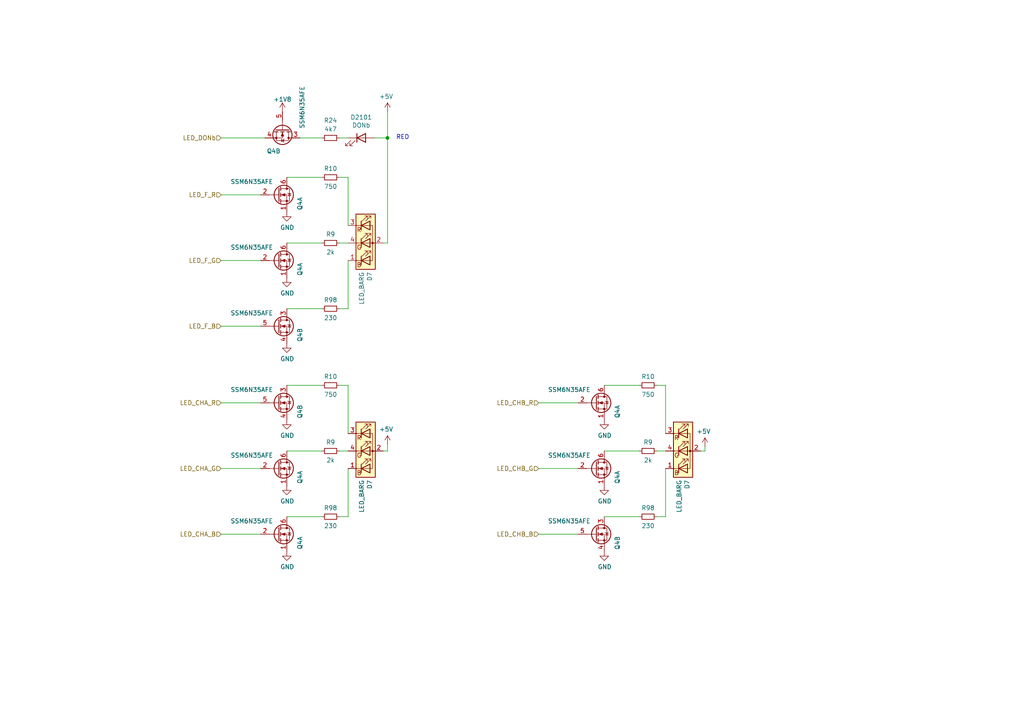
<source format=kicad_sch>
(kicad_sch (version 20230121) (generator eeschema)
  (paper "A4")
  (lib_symbols
    (symbol "Device:LED" (pin_numbers hide) (pin_names (offset 1.016) hide)
      (property "Reference" "D" (at 0 2.54 0))
      (property "Value" "LED" (at 0 -2.54 0))
      (symbol "LED_0_1"
        (polyline (pts (xy -1.27 -1.27) (xy -1.27 1.27)) (stroke (width 0.254)))
        (polyline (pts (xy -1.27 0) (xy 1.27 0)))
        (polyline (pts (xy 1.27 -1.27) (xy 1.27 1.27) (xy -1.27 0) (xy 1.27 -1.27)) (stroke (width 0.254)))
        (polyline (pts (xy -3.048 -0.762) (xy -4.572 -2.286) (xy -3.81 -2.286) (xy -4.572 -2.286) (xy -4.572 -1.524)))
        (polyline (pts (xy -1.778 -0.762) (xy -3.302 -2.286) (xy -2.54 -2.286) (xy -3.302 -2.286) (xy -3.302 -1.524)))
      )
      (symbol "LED_1_1"
        (pin passive line (at -3.81 0 0) (length 2.54) (name "K") (number "1"))
        (pin passive line (at 3.81 0 180) (length 2.54) (name "A") (number "2"))
      )
    )
    (symbol "Device:LED_BARG" (pin_names (offset 0) hide)
      (property "Reference" "D" (at 0 9.398 0))
      (property "Value" "LED_BARG" (at 0 -8.89 0))
      (symbol "LED_BARG_0_0"
        (text "B" (at -1.905 -6.35 0) (effects (font (size 1.27 1.27))))
        (text "G" (at -1.905 -1.27 0) (effects (font (size 1.27 1.27))))
        (text "R" (at -1.905 3.81 0) (effects (font (size 1.27 1.27))))
      )
      (symbol "LED_BARG_0_1"
        (polyline (pts (xy -1.27 -5.08) (xy -2.54 -5.08)))
        (polyline (pts (xy -1.27 -5.08) (xy 1.27 -5.08)))
        (polyline (pts (xy -1.27 -3.81) (xy -1.27 -6.35)) (stroke (width 0.254)))
        (polyline (pts (xy -1.27 0) (xy -2.54 0)))
        (polyline (pts (xy -1.27 1.27) (xy -1.27 -1.27)) (stroke (width 0.254)))
        (polyline (pts (xy -1.27 5.08) (xy -2.54 5.08)))
        (polyline (pts (xy -1.27 5.08) (xy 1.27 5.08)))
        (polyline (pts (xy -1.27 6.35) (xy -1.27 3.81)) (stroke (width 0.254)))
        (polyline (pts (xy 1.27 0) (xy -1.27 0)))
        (polyline (pts (xy 1.27 0) (xy 2.54 0)))
        (polyline (pts (xy -1.27 1.27) (xy -1.27 -1.27) (xy -1.27 -1.27)))
        (polyline (pts (xy -1.27 6.35) (xy -1.27 3.81) (xy -1.27 3.81)))
        (polyline (pts (xy 1.27 -5.08) (xy 2.032 -5.08) (xy 2.032 5.08) (xy 1.27 5.08)))
        (polyline (pts (xy 1.27 -3.81) (xy 1.27 -6.35) (xy -1.27 -5.08) (xy 1.27 -3.81)) (stroke (width 0.254)))
        (polyline (pts (xy 1.27 1.27) (xy 1.27 -1.27) (xy -1.27 0) (xy 1.27 1.27)) (stroke (width 0.254)))
        (polyline (pts (xy 1.27 6.35) (xy 1.27 3.81) (xy -1.27 5.08) (xy 1.27 6.35)) (stroke (width 0.254)))
        (polyline (pts (xy -1.016 -3.81) (xy 0.508 -2.286) (xy -0.254 -2.286) (xy 0.508 -2.286) (xy 0.508 -3.048)))
        (polyline (pts (xy -1.016 1.27) (xy 0.508 2.794) (xy -0.254 2.794) (xy 0.508 2.794) (xy 0.508 2.032)))
        (polyline (pts (xy -1.016 6.35) (xy 0.508 7.874) (xy -0.254 7.874) (xy 0.508 7.874) (xy 0.508 7.112)))
        (polyline (pts (xy 0 -3.81) (xy 1.524 -2.286) (xy 0.762 -2.286) (xy 1.524 -2.286) (xy 1.524 -3.048)))
        (polyline (pts (xy 0 1.27) (xy 1.524 2.794) (xy 0.762 2.794) (xy 1.524 2.794) (xy 1.524 2.032)))
        (polyline (pts (xy 0 6.35) (xy 1.524 7.874) (xy 0.762 7.874) (xy 1.524 7.874) (xy 1.524 7.112)))
        (rectangle (start 1.27 -1.27) (end 1.27 1.27))
        (rectangle (start 1.27 1.27) (end 1.27 1.27))
        (rectangle (start 1.27 3.81) (end 1.27 6.35))
        (rectangle (start 1.27 6.35) (end 1.27 6.35))
        (circle (center 2.032 0) (radius 0.254) (fill (type outline)))
        (rectangle (start 2.794 8.382) (end -2.794 -7.62) (stroke (width 0.254)) (fill (type background)))
      )
      (symbol "LED_BARG_1_1"
        (pin passive line (at -5.08 -5.08 0) (length 2.54) (name "BK") (number "1"))
        (pin passive line (at 5.08 0 180) (length 2.54) (name "A") (number "2"))
        (pin passive line (at -5.08 5.08 0) (length 2.54) (name "RK") (number "3"))
        (pin passive line (at -5.08 0 0) (length 2.54) (name "GK") (number "4"))
      )
    )
    (symbol "Device:Q_Dual_NMOS_S1G1D2S2G2D1" (pin_names (offset 0) hide)
      (property "Reference" "Q" (at 6.35 1.27 0))
      (property "Value" "Q_Dual_NMOS_S1G1D2S2G2D1" (at 19.05 -1.27 0))
      (symbol "Q_Dual_NMOS_S1G1D2S2G2D1_0_1"
        (polyline (pts (xy 0.254 0) (xy -2.54 0)))
        (polyline (pts (xy 0.254 1.905) (xy 0.254 -1.905)) (stroke (width 0.254)))
        (polyline (pts (xy 0.762 -1.27) (xy 0.762 -2.286)) (stroke (width 0.254)))
        (polyline (pts (xy 0.762 0.508) (xy 0.762 -0.508)) (stroke (width 0.254)))
        (polyline (pts (xy 0.762 2.286) (xy 0.762 1.27)) (stroke (width 0.254)))
        (polyline (pts (xy 2.54 2.54) (xy 2.54 1.778)))
        (polyline (pts (xy 2.54 -2.54) (xy 2.54 0) (xy 0.762 0)))
        (polyline (pts (xy 0.762 -1.778) (xy 3.302 -1.778) (xy 3.302 1.778) (xy 0.762 1.778)))
        (polyline (pts (xy 1.016 0) (xy 2.032 0.381) (xy 2.032 -0.381) (xy 1.016 0)) (fill (type outline)))
        (polyline (pts (xy 2.794 0.508) (xy 2.921 0.381) (xy 3.683 0.381) (xy 3.81 0.254)))
        (polyline (pts (xy 3.302 0.381) (xy 2.921 -0.254) (xy 3.683 -0.254) (xy 3.302 0.381)))
        (circle (center 1.651 0) (radius 2.794) (stroke (width 0.254)))
        (circle (center 2.54 -1.778) (radius 0.254) (fill (type outline)))
        (circle (center 2.54 1.778) (radius 0.254) (fill (type outline)))
      )
      (symbol "Q_Dual_NMOS_S1G1D2S2G2D1_1_1"
        (pin passive line (at 2.54 -5.08 90) (length 2.54) (name "S") (number "1"))
        (pin input line (at -5.08 0 0) (length 2.54) (name "G") (number "2"))
        (pin passive line (at 2.54 5.08 270) (length 2.54) (name "D") (number "6"))
      )
      (symbol "Q_Dual_NMOS_S1G1D2S2G2D1_2_1"
        (pin passive line (at 2.54 5.08 270) (length 2.54) (name "D") (number "3"))
        (pin passive line (at 2.54 -5.08 90) (length 2.54) (name "S") (number "4"))
        (pin input line (at -5.08 0 0) (length 2.54) (name "G") (number "5"))
      )
    )
    (symbol "Device:R_Small" (pin_numbers hide) (pin_names (offset 0.254) hide)
      (property "Reference" "R" (at 0.762 0.508 0))
      (property "Value" "R_Small" (at 0.762 -1.016 0))
      (symbol "R_Small_0_1"
        (rectangle (start -0.762 1.778) (end 0.762 -1.778) (stroke (width 0.2032)))
      )
      (symbol "R_Small_1_1"
        (pin passive line (at 0 2.54 270) (length 0.762) (name "~") (number "1"))
        (pin passive line (at 0 -2.54 90) (length 0.762) (name "~") (number "2"))
      )
    )
    (symbol "power:+1V8" (power) (pin_names (offset 0))
      (property "Value" "+1V8" (at 0 3.556 0))
      (symbol "+1V8_0_1"
        (polyline (pts (xy -0.762 1.27) (xy 0 2.54)))
        (polyline (pts (xy 0 0) (xy 0 2.54)))
        (polyline (pts (xy 0 2.54) (xy 0.762 1.27)))
      )
      (symbol "+1V8_1_1"
        (pin power_in line (at 0 0 90) (length 0) hide (name "+1V8") (number "1"))
      )
    )
    (symbol "power:+5V" (power) (pin_names (offset 0))
      (property "Value" "+5V" (at 0 3.556 0))
      (symbol "+5V_0_1"
        (polyline (pts (xy -0.762 1.27) (xy 0 2.54)))
        (polyline (pts (xy 0 0) (xy 0 2.54)))
        (polyline (pts (xy 0 2.54) (xy 0.762 1.27)))
      )
      (symbol "+5V_1_1"
        (pin power_in line (at 0 0 90) (length 0) hide (name "+5V") (number "1"))
      )
    )
    (symbol "power:GND" (power) (pin_names (offset 0))
      (property "Value" "GND" (at 0 -3.81 0))
      (symbol "GND_0_1"
        (polyline (pts (xy 0 0) (xy 0 -1.27) (xy 1.27 -1.27) (xy 0 -2.54) (xy -1.27 -1.27) (xy 0 -1.27)))
      )
      (symbol "GND_1_1"
        (pin power_in line (at 0 0 270) (length 0) hide (name "GND") (number "1"))
      )
    )
  )
  (junction (at 112.395 40.005))
  (wire (pts (xy 175.26 130.81) (xy 185.42 130.81)))
  (wire (pts (xy 156.21 154.94) (xy 167.64 154.94)))
  (wire (pts (xy 203.2 130.81) (xy 204.47 130.81)))
  (wire (pts (xy 100.965 149.86) (xy 98.425 149.86)))
  (wire (pts (xy 83.185 89.535) (xy 93.345 89.535)))
  (wire (pts (xy 175.26 111.76) (xy 185.42 111.76)))
  (wire (pts (xy 83.185 70.485) (xy 93.345 70.485)))
  (wire (pts (xy 64.135 56.515) (xy 75.565 56.515)))
  (wire (pts (xy 100.965 89.535) (xy 98.425 89.535)))
  (wire (pts (xy 204.47 129.54) (xy 204.47 130.81)))
  (wire (pts (xy 193.04 111.76) (xy 193.04 125.73)))
  (wire (pts (xy 64.135 75.565) (xy 75.565 75.565)))
  (wire (pts (xy 98.425 40.005) (xy 100.965 40.005)))
  (wire (pts (xy 112.395 128.905) (xy 112.395 130.81)))
  (wire (pts (xy 83.185 51.435) (xy 93.345 51.435)))
  (wire (pts (xy 193.04 135.89) (xy 193.04 149.86)))
  (wire (pts (xy 156.21 135.89) (xy 167.64 135.89)))
  (wire (pts (xy 112.395 40.005) (xy 112.395 70.485)))
  (wire (pts (xy 100.965 51.435) (xy 100.965 65.405)))
  (wire (pts (xy 64.135 135.89) (xy 75.565 135.89)))
  (wire (pts (xy 112.395 40.005) (xy 108.585 40.005)))
  (wire (pts (xy 64.135 154.94) (xy 75.565 154.94)))
  (wire (pts (xy 83.185 111.76) (xy 93.345 111.76)))
  (wire (pts (xy 83.185 130.81) (xy 93.345 130.81)))
  (wire (pts (xy 112.395 32.385) (xy 112.395 40.005)))
  (wire (pts (xy 175.26 149.86) (xy 185.42 149.86)))
  (wire (pts (xy 156.21 116.84) (xy 167.64 116.84)))
  (wire (pts (xy 193.04 130.81) (xy 190.5 130.81)))
  (wire (pts (xy 100.965 130.81) (xy 98.425 130.81)))
  (wire (pts (xy 100.965 135.89) (xy 100.965 149.86)))
  (wire (pts (xy 64.135 94.615) (xy 75.565 94.615)))
  (wire (pts (xy 100.965 70.485) (xy 98.425 70.485)))
  (wire (pts (xy 193.04 111.76) (xy 190.5 111.76)))
  (wire (pts (xy 193.04 149.86) (xy 190.5 149.86)))
  (wire (pts (xy 100.965 111.76) (xy 100.965 125.73)))
  (wire (pts (xy 83.185 149.86) (xy 93.345 149.86)))
  (wire (pts (xy 100.965 51.435) (xy 98.425 51.435)))
  (wire (pts (xy 64.135 116.84) (xy 75.565 116.84)))
  (wire (pts (xy 100.965 111.76) (xy 98.425 111.76)))
  (wire (pts (xy 64.135 40.005) (xy 76.835 40.005)))
  (wire (pts (xy 86.995 40.005) (xy 93.345 40.005)))
  (wire (pts (xy 111.125 130.81) (xy 112.395 130.81)))
  (wire (pts (xy 111.125 70.485) (xy 112.395 70.485)))
  (wire (pts (xy 100.965 75.565) (xy 100.965 89.535)))
  (text "RED" (at 118.745 40.64 0) (effects (font (size 1.27 1.27)) (justify right bottom)))
  (hierarchical_label "LED_CHA_B" (shape input) (at 64.135 154.94 180))
  (hierarchical_label "LED_CHA_G" (shape input) (at 64.135 135.89 180))
  (hierarchical_label "LED_F_B" (shape input) (at 64.135 94.615 180))
  (hierarchical_label "LED_CHB_B" (shape input) (at 156.21 154.94 180))
  (hierarchical_label "LED_DONb" (shape input) (at 64.135 40.005 180))
  (hierarchical_label "LED_F_R" (shape input) (at 64.135 56.515 180))
  (hierarchical_label "LED_CHB_R" (shape input) (at 156.21 116.84 180))
  (hierarchical_label "LED_CHA_R" (shape input) (at 64.135 116.84 180))
  (hierarchical_label "LED_CHB_G" (shape input) (at 156.21 135.89 180))
  (hierarchical_label "LED_F_G" (shape input) (at 64.135 75.565 180))
  (symbol (lib_id "Device:R_Small") (at 187.96 111.76 270) (unit 1)
    (property "Reference" "R10" (at 187.96 109.22 90))
    (property "Value" "750" (at 187.96 114.427 90))
    (property "Footprint" "Resistor_SMD:R_0603_1608Metric" (effects hide))
    (instances (project "ecevr-proto" (path "" (reference "R10") (unit 1))) (project "usbadc" (path "" (reference "R64") (unit 1))))
  )
  (symbol (lib_id "power:+5V") (at 112.395 128.905 0) (mirror y) (unit 1)
    (property "Reference" "#PWR0164" (effects hide))
    (property "Value" "+5V" (at 112.014 124.5108 0))
    (instances (project "usbadc" (path "" (reference "#PWR0164") (unit 1)) (path "" (reference "#PWR0189") (unit 1))))
  )
  (symbol (lib_id "Device:LED_BARG") (at 106.045 130.81 0) (unit 1)
    (property "Reference" "D7" (at 107.2134 139.192 90) (effects (justify right)))
    (property "Value" "LED_BARG" (at 104.902 139.192 90) (effects (justify right)))
    (property "Footprint" "proj_footprints:LED_RGB_2504_horiz_barg" (effects hide))
    (property "Manufacturer" "Kingbright" (effects hide))
    (property "Part" "APFA2507QBDSEEZGKC" (effects hide))
    (instances (project "ecevr-proto" (path "" (reference "D7") (unit 1))) (project "usbadc" (path "" (reference "D5") (unit 1))))
  )
  (symbol (lib_id "Device:R_Small") (at 187.96 130.81 270) (unit 1)
    (property "Reference" "R9" (at 187.96 128.27 90))
    (property "Value" "2k" (at 187.96 133.477 90))
    (property "Footprint" "Resistor_SMD:R_0603_1608Metric" (effects hide))
    (instances (project "ecevr-proto" (path "" (reference "R9") (unit 1))) (project "usbadc" (path "" (reference "R65") (unit 1))))
  )
  (symbol (lib_id "Device:R_Small") (at 95.885 40.005 90) (unit 1)
    (property "Reference" "R24" (at 95.885 34.925 90))
    (property "Value" "4k7" (at 95.885 37.465 90))
    (property "Footprint" "Resistor_SMD:R_0603_1608Metric" (effects hide))
    (property "Part" "RT0603FRE0710KL" (effects hide))
    (property "Manufacturer" "Yageo" (effects hide))
    (instances (project "usbadc" (path "" (reference "R24") (unit 1)) (path "" (reference "R14") (unit 1)) (path "" (reference "R25") (unit 1))))
  )
  (symbol (lib_id "Device:R_Small") (at 187.96 149.86 270) (unit 1)
    (property "Reference" "R98" (at 187.96 147.32 90))
    (property "Value" "230" (at 187.96 152.527 90))
    (property "Footprint" "Resistor_SMD:R_0603_1608Metric" (effects hide))
    (instances (project "ecevr-proto" (path "" (reference "R98") (unit 1))) (project "usbadc" (path "" (reference "R66") (unit 1))))
  )
  (symbol (lib_id "power:GND") (at 83.185 99.695 0) (unit 1)
    (property "Reference" "#PWR0171" (effects hide))
    (property "Value" "GND" (at 83.312 104.0892 0))
    (instances (project "usbadc" (path "" (reference "#PWR0171") (unit 1)) (path "" (reference "#PWR0176") (unit 1))))
  )
  (symbol (lib_id "Device:R_Small") (at 95.885 149.86 270) (unit 1)
    (property "Reference" "R98" (at 95.885 147.32 90))
    (property "Value" "230" (at 95.885 152.527 90))
    (property "Footprint" "Resistor_SMD:R_0603_1608Metric" (effects hide))
    (instances (project "ecevr-proto" (path "" (reference "R98") (unit 1))) (project "usbadc" (path "" (reference "R58") (unit 1))))
  )
  (symbol (lib_id "power:GND") (at 175.26 140.97 0) (unit 1)
    (property "Reference" "#PWR0171" (effects hide))
    (property "Value" "GND" (at 175.387 145.3642 0))
    (instances (project "usbadc" (path "" (reference "#PWR0171") (unit 1)) (path "" (reference "#PWR0187") (unit 1))))
  )
  (symbol (lib_id "Device:R_Small") (at 95.885 51.435 270) (unit 1)
    (property "Reference" "R10" (at 95.885 48.895 90))
    (property "Value" "750" (at 95.885 54.102 90))
    (property "Footprint" "Resistor_SMD:R_0603_1608Metric" (effects hide))
    (instances (project "ecevr-proto" (path "" (reference "R10") (unit 1))) (project "usbadc" (path "" (reference "R26") (unit 1))))
  )
  (symbol (lib_id "Device:Q_Dual_NMOS_S1G1D2S2G2D1") (at 172.72 116.84 0) (unit 1)
    (property "Reference" "Q4" (at 179.07 119.38 90))
    (property "Value" "SSM6N35AFE" (at 165.1 113.03 0))
    (property "Footprint" "proj_footprints:SOT-563-adjusted" (effects hide))
    (instances (project "ecevr-proto" (path "" (reference "Q4") (unit 1))) (project "usbadc" (path "" (reference "Q10") (unit 1))))
  )
  (symbol (lib_id "power:+5V") (at 112.395 32.385 0) (mirror y) (unit 1)
    (property "Reference" "#PWR0164" (effects hide))
    (property "Value" "+5V" (at 112.014 27.9908 0))
    (instances (project "usbadc" (path "" (reference "#PWR0164") (unit 1)) (path "" (reference "#PWR048") (unit 1))))
  )
  (symbol (lib_id "power:+1V8") (at 81.915 32.385 0) (unit 1)
    (property "Reference" "#PWR0100" (effects hide))
    (property "Value" "+1V8" (at 81.915 28.829 0))
    (instances (project "usbadc" (path "" (reference "#PWR0100") (unit 1)) (path "" (reference "#PWR0101") (unit 1)) (path "" (reference "#PWR0177") (unit 1))))
  )
  (symbol (lib_id "power:GND") (at 83.185 140.97 0) (unit 1)
    (property "Reference" "#PWR0171" (effects hide))
    (property "Value" "GND" (at 83.312 145.3642 0))
    (instances (project "usbadc" (path "" (reference "#PWR0171") (unit 1)) (path "" (reference "#PWR0184") (unit 1))))
  )
  (symbol (lib_id "power:GND") (at 83.185 61.595 0) (unit 1)
    (property "Reference" "#PWR0171" (effects hide))
    (property "Value" "GND" (at 83.312 65.9892 0))
    (instances (project "usbadc" (path "" (reference "#PWR0171") (unit 1)) (path "" (reference "#PWR050") (unit 1))))
  )
  (symbol (lib_id "Device:Q_Dual_NMOS_S1G1D2S2G2D1") (at 80.645 135.89 0) (unit 1)
    (property "Reference" "Q4" (at 86.995 138.43 90))
    (property "Value" "SSM6N35AFE" (at 73.025 132.08 0))
    (property "Footprint" "proj_footprints:SOT-563-adjusted" (effects hide))
    (instances (project "ecevr-proto" (path "" (reference "Q4") (unit 1))) (project "usbadc" (path "" (reference "Q2") (unit 1))))
  )
  (symbol (lib_id "power:GND") (at 175.26 160.02 0) (unit 1)
    (property "Reference" "#PWR0171" (effects hide))
    (property "Value" "GND" (at 175.387 164.4142 0))
    (instances (project "usbadc" (path "" (reference "#PWR0171") (unit 1)) (path "" (reference "#PWR0188") (unit 1))))
  )
  (symbol (lib_id "power:GND") (at 83.185 160.02 0) (unit 1)
    (property "Reference" "#PWR0171" (effects hide))
    (property "Value" "GND" (at 83.312 164.4142 0))
    (instances (project "usbadc" (path "" (reference "#PWR0171") (unit 1)) (path "" (reference "#PWR0185") (unit 1))))
  )
  (symbol (lib_id "Device:LED_BARG") (at 106.045 70.485 0) (unit 1)
    (property "Reference" "D7" (at 107.2134 78.867 90) (effects (justify right)))
    (property "Value" "LED_BARG" (at 104.902 78.867 90) (effects (justify right)))
    (property "Footprint" "proj_footprints:LED_RGB_2504_horiz_barg" (effects hide))
    (property "Manufacturer" "Kingbright" (effects hide))
    (property "Part" "APFA2507QBDSEEZGKC" (effects hide))
    (instances (project "ecevr-proto" (path "" (reference "D7") (unit 1))) (project "usbadc" (path "" (reference "D3") (unit 1))))
  )
  (symbol (lib_id "power:GND") (at 175.26 121.92 0) (unit 1)
    (property "Reference" "#PWR0171" (effects hide))
    (property "Value" "GND" (at 175.387 126.3142 0))
    (instances (project "usbadc" (path "" (reference "#PWR0171") (unit 1)) (path "" (reference "#PWR0186") (unit 1))))
  )
  (symbol (lib_id "Device:Q_Dual_NMOS_S1G1D2S2G2D1") (at 80.645 56.515 0) (unit 1)
    (property "Reference" "Q4" (at 86.995 59.055 90))
    (property "Value" "SSM6N35AFE" (at 73.025 52.705 0))
    (property "Footprint" "proj_footprints:SOT-563-adjusted" (effects hide))
    (property "Manufacturer" "Toshiba" (effects hide))
    (instances (project "ecevr-proto" (path "" (reference "Q4") (unit 1))) (project "usbadc" (path "" (reference "Q7") (unit 1))))
  )
  (symbol (lib_id "Device:Q_Dual_NMOS_S1G1D2S2G2D1") (at 80.645 116.84 0) (unit 2)
    (property "Reference" "Q4" (at 86.995 119.38 90))
    (property "Value" "SSM6N35AFE" (at 73.025 113.03 0))
    (property "Footprint" "proj_footprints:SOT-563-adjusted" (effects hide))
    (instances (project "ecevr-proto" (path "" (reference "Q4") (unit 2))) (project "usbadc" (path "" (reference "Q2") (unit 2))))
  )
  (symbol (lib_id "Device:R_Small") (at 95.885 70.485 270) (unit 1)
    (property "Reference" "R9" (at 95.885 67.945 90))
    (property "Value" "2k" (at 95.885 73.152 90))
    (property "Footprint" "Resistor_SMD:R_0603_1608Metric" (effects hide))
    (instances (project "ecevr-proto" (path "" (reference "R9") (unit 1))) (project "usbadc" (path "" (reference "R47") (unit 1))))
  )
  (symbol (lib_id "Device:Q_Dual_NMOS_S1G1D2S2G2D1") (at 80.645 94.615 0) (unit 2)
    (property "Reference" "Q4" (at 86.995 97.155 90))
    (property "Value" "SSM6N35AFE" (at 73.025 90.805 0))
    (property "Footprint" "proj_footprints:SOT-563-adjusted" (effects hide))
    (instances (project "ecevr-proto" (path "" (reference "Q4") (unit 2))) (project "usbadc" (path "" (reference "Q7") (unit 2))))
  )
  (symbol (lib_id "Device:Q_Dual_NMOS_S1G1D2S2G2D1") (at 80.645 75.565 0) (unit 1)
    (property "Reference" "Q4" (at 86.995 78.105 90))
    (property "Value" "SSM6N35AFE" (at 73.025 71.755 0))
    (property "Footprint" "proj_footprints:SOT-563-adjusted" (effects hide))
    (instances (project "ecevr-proto" (path "" (reference "Q4") (unit 1))) (project "usbadc" (path "" (reference "Q6") (unit 1))))
  )
  (symbol (lib_id "Device:Q_Dual_NMOS_S1G1D2S2G2D1") (at 172.72 154.94 0) (unit 2)
    (property "Reference" "Q4" (at 179.07 157.48 90))
    (property "Value" "SSM6N35AFE" (at 165.1 151.13 0))
    (property "Footprint" "proj_footprints:SOT-563-adjusted" (effects hide))
    (instances (project "ecevr-proto" (path "" (reference "Q4") (unit 2))) (project "usbadc" (path "" (reference "Q10") (unit 2))))
  )
  (symbol (lib_id "power:+5V") (at 204.47 129.54 0) (mirror y) (unit 1)
    (property "Reference" "#PWR0164" (effects hide))
    (property "Value" "+5V" (at 204.089 125.1458 0))
    (instances (project "usbadc" (path "" (reference "#PWR0164") (unit 1)) (path "" (reference "#PWR0190") (unit 1))))
  )
  (symbol (lib_id "power:GND") (at 83.185 80.645 0) (unit 1)
    (property "Reference" "#PWR0171" (effects hide))
    (property "Value" "GND" (at 83.312 85.0392 0))
    (instances (project "usbadc" (path "" (reference "#PWR0171") (unit 1)) (path "" (reference "#PWR051") (unit 1))))
  )
  (symbol (lib_id "Device:R_Small") (at 95.885 89.535 270) (unit 1)
    (property "Reference" "R98" (at 95.885 86.995 90))
    (property "Value" "230" (at 95.885 92.202 90))
    (property "Footprint" "Resistor_SMD:R_0603_1608Metric" (effects hide))
    (instances (project "ecevr-proto" (path "" (reference "R98") (unit 1))) (project "usbadc" (path "" (reference "R51") (unit 1))))
  )
  (symbol (lib_id "Device:Q_Dual_NMOS_S1G1D2S2G2D1") (at 80.645 154.94 0) (unit 1)
    (property "Reference" "Q4" (at 86.995 157.48 90))
    (property "Value" "SSM6N35AFE" (at 73.025 151.13 0))
    (property "Footprint" "proj_footprints:SOT-563-adjusted" (effects hide))
    (instances (project "ecevr-proto" (path "" (reference "Q4") (unit 1))) (project "usbadc" (path "" (reference "Q9") (unit 1))))
  )
  (symbol (lib_id "Device:LED_BARG") (at 198.12 130.81 0) (unit 1)
    (property "Reference" "D7" (at 199.2884 139.192 90) (effects (justify right)))
    (property "Value" "LED_BARG" (at 196.977 139.192 90) (effects (justify right)))
    (property "Footprint" "proj_footprints:LED_RGB_2504_horiz_barg" (effects hide))
    (property "Manufacturer" "Kingbright" (effects hide))
    (property "Part" "APFA2507QBDSEEZGKC" (effects hide))
    (instances (project "ecevr-proto" (path "" (reference "D7") (unit 1))) (project "usbadc" (path "" (reference "D6") (unit 1))))
  )
  (symbol (lib_id "Device:R_Small") (at 95.885 130.81 270) (unit 1)
    (property "Reference" "R9" (at 95.885 128.27 90))
    (property "Value" "2k" (at 95.885 133.477 90))
    (property "Footprint" "Resistor_SMD:R_0603_1608Metric" (effects hide))
    (instances (project "ecevr-proto" (path "" (reference "R9") (unit 1))) (project "usbadc" (path "" (reference "R53") (unit 1))))
  )
  (symbol (lib_id "Device:LED") (at 104.775 40.005 0) (unit 1)
    (property "Reference" "D2101" (at 104.775 34.036 0))
    (property "Value" "DONb" (at 104.775 36.3474 0))
    (property "Footprint" "LED_SMD:LED_0603_1608Metric" (effects hide))
    (property "Manufacturer" "Wurth" (effects hide))
    (property "Part" "150060RS75000" (effects hide))
    (instances (project "ecevr-proto" (path "" (reference "D2101") (unit 1))) (project "usbadc" (path "" (reference "D4") (unit 1))))
  )
  (symbol (lib_id "Device:R_Small") (at 95.885 111.76 270) (unit 1)
    (property "Reference" "R10" (at 95.885 109.22 90))
    (property "Value" "750" (at 95.885 114.427 90))
    (property "Footprint" "Resistor_SMD:R_0603_1608Metric" (effects hide))
    (instances (project "ecevr-proto" (path "" (reference "R10") (unit 1))) (project "usbadc" (path "" (reference "R63") (unit 1))))
  )
  (symbol (lib_id "power:GND") (at 83.185 121.92 0) (unit 1)
    (property "Reference" "#PWR0171" (effects hide))
    (property "Value" "GND" (at 83.312 126.3142 0))
    (instances (project "usbadc" (path "" (reference "#PWR0171") (unit 1)) (path "" (reference "#PWR0167") (unit 1))))
  )
  (symbol (lib_id "Device:Q_Dual_NMOS_S1G1D2S2G2D1") (at 172.72 135.89 0) (unit 1)
    (property "Reference" "Q4" (at 179.07 138.43 90))
    (property "Value" "SSM6N35AFE" (at 165.1 132.08 0))
    (property "Footprint" "proj_footprints:SOT-563-adjusted" (effects hide))
    (instances (project "ecevr-proto" (path "" (reference "Q4") (unit 1))) (project "usbadc" (path "" (reference "Q9") (unit 2))))
  )
  (symbol (lib_id "Device:Q_Dual_NMOS_S1G1D2S2G2D1") (at 81.915 37.465 270) (unit 2)
    (property "Reference" "Q4" (at 79.375 43.815 90))
    (property "Value" "SSM6N35AFE" (at 87.63 31.115 0))
    (property "Footprint" "proj_footprints:SOT-563-adjusted" (effects hide))
    (instances (project "ecevr-proto" (path "" (reference "Q4") (unit 2))) (project "usbadc" (path "" (reference "Q6") (unit 2))))
  )
)
</source>
